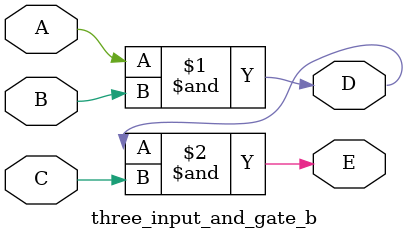
<source format=v>
`timescale 1ns / 1ps

module three_input_and_gate_b(
    input A,B, C, output D, E 
    );
    assign D = A & B;
    assign E = D & C;
endmodule

</source>
